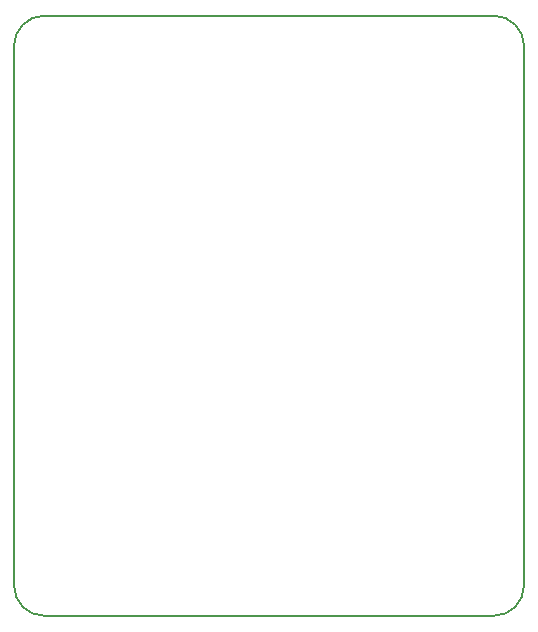
<source format=gm1>
G04 #@! TF.GenerationSoftware,KiCad,Pcbnew,(5.0.0)*
G04 #@! TF.CreationDate,2018-10-04T02:53:50+10:00*
G04 #@! TF.ProjectId,usbPdTo180vdc,7573625064546F3138307664632E6B69,1*
G04 #@! TF.SameCoordinates,Original*
G04 #@! TF.FileFunction,Profile,NP*
%FSLAX46Y46*%
G04 Gerber Fmt 4.6, Leading zero omitted, Abs format (unit mm)*
G04 Created by KiCad (PCBNEW (5.0.0)) date 10/04/18 02:53:50*
%MOMM*%
%LPD*%
G01*
G04 APERTURE LIST*
%ADD10C,0.200000*%
G04 APERTURE END LIST*
D10*
X152400000Y-68580000D02*
X114300000Y-68580000D01*
X154940000Y-116840000D02*
X154940000Y-71120000D01*
X114300000Y-119380000D02*
X152400000Y-119380000D01*
X111760000Y-71120000D02*
X111760000Y-116840000D01*
X154940000Y-116840000D02*
G75*
G02X152400000Y-119380000I-2540000J0D01*
G01*
X114300000Y-119380000D02*
G75*
G02X111760000Y-116840000I0J2540000D01*
G01*
X111760000Y-71120000D02*
G75*
G02X114300000Y-68580000I2540000J0D01*
G01*
X152400000Y-68580000D02*
G75*
G02X154940000Y-71120000I0J-2540000D01*
G01*
M02*

</source>
